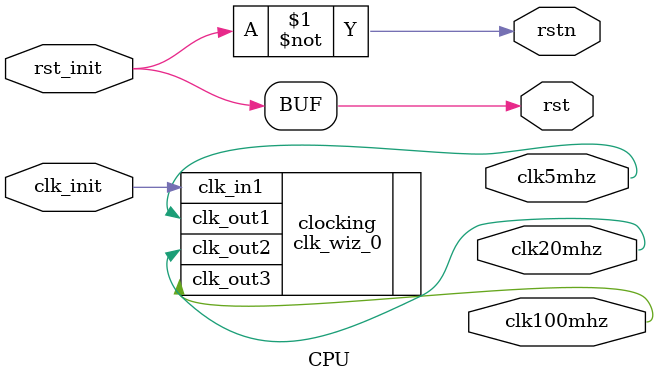
<source format=v>
`timescale 1ns / 1ps


module CPU(
	input wire clk_init,
	input wire rst_init,
	output wire clk5mhz,
	output wire rst,
	output wire rstn,
	output wire clk20mhz,
	output wire clk100mhz
    );

	assign rst = rst_init;
	assign rstn = ~rst_init;
	
	clk_wiz_0 clocking
	 (
	  // Clock out ports
	  .clk_out1(clk5mhz),     // output clk_out1
	  .clk_out2(clk20mhz),     // output clk_out2
	  .clk_out3(clk100mhz),     // output clk_out3
	 // Clock in ports
	  .clk_in1(clk_init));      // input clk_in1

endmodule


</source>
